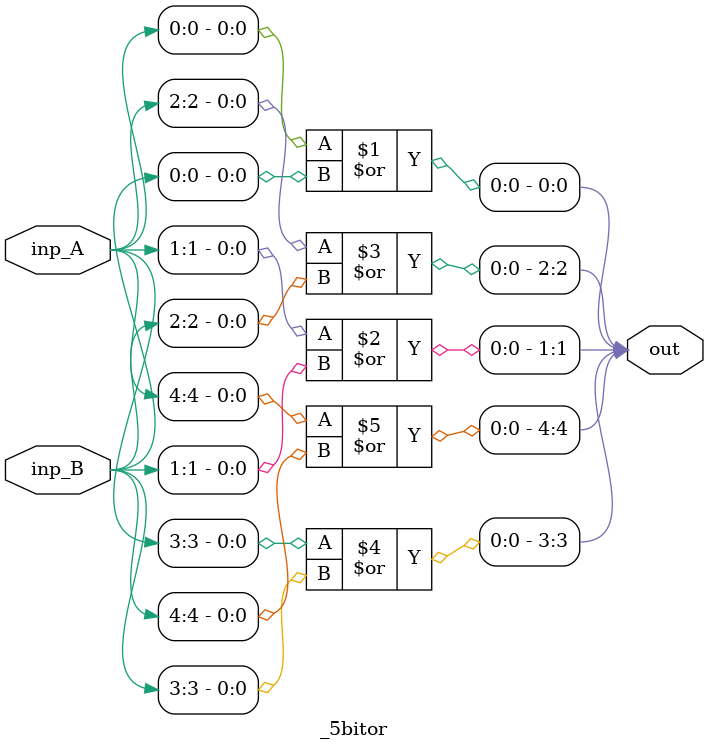
<source format=v>
module _5bitor(out,inp_A,inp_B);
input[4:0] inp_A;
input[4:0] inp_B;
output[4:0] out;
or orof0(out[0],inp_A[0],inp_B[0]);
or orof1(out[1],inp_A[1],inp_B[1]);
or orof2(out[2],inp_A[2],inp_B[2]);
or orof3(out[3],inp_A[3],inp_B[3]);
or orof4(out[4],inp_A[4],inp_B[4]);
endmodule
</source>
